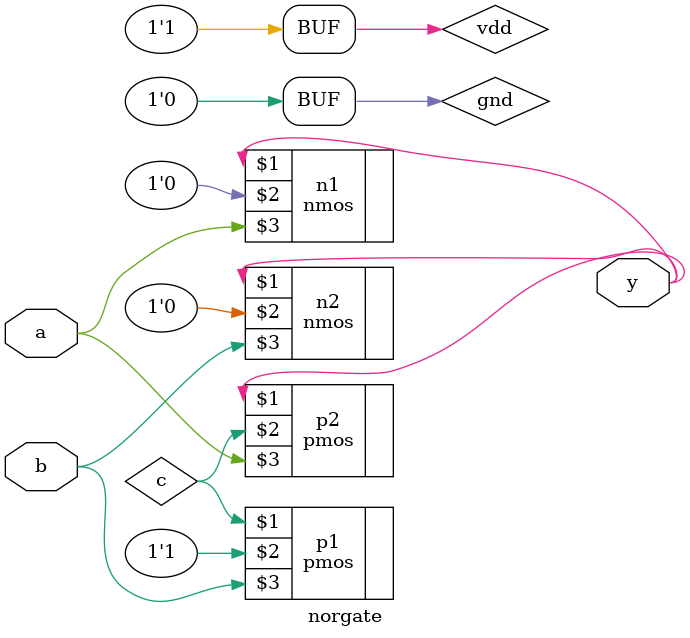
<source format=v>
module norgate(input a, input b, output y);
wire c ;
supply1 vdd;
supply0 gnd;
pmos p1 (c,vdd,b);
pmos p2 (y,c,a);
nmos n1 (y,gnd,a);
nmos n2 (y,gnd,b);
endmodule


</source>
